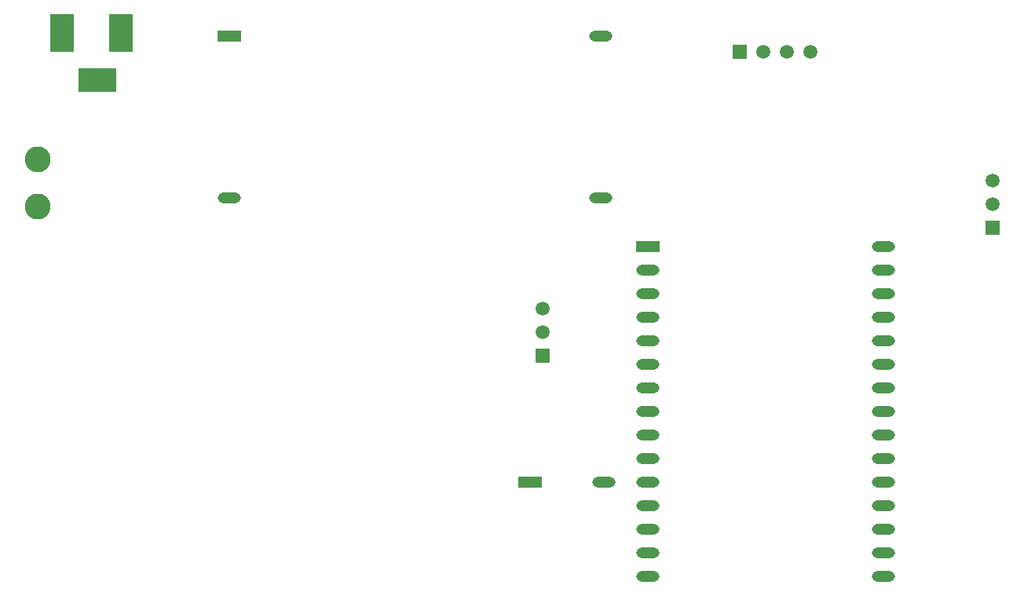
<source format=gtl>
G04*
G04 #@! TF.GenerationSoftware,Altium Limited,Altium Designer,21.3.2 (30)*
G04*
G04 Layer_Physical_Order=1*
G04 Layer_Color=255*
%FSTAX24Y24*%
%MOIN*%
G70*
G04*
G04 #@! TF.SameCoordinates,B8E87341-6F96-4EE9-B740-BB8EC3A14C6A*
G04*
G04*
G04 #@! TF.FilePolarity,Positive*
G04*
G01*
G75*
%ADD21O,0.0984X0.0472*%
%ADD22C,0.0598*%
%ADD23R,0.0598X0.0598*%
%ADD24R,0.0598X0.0598*%
%ADD25R,0.0984X0.0472*%
%ADD26R,0.1000X0.1600*%
%ADD27C,0.1100*%
%ADD28R,0.1600X0.1000*%
D21*
X0395Y03555D02*
D03*
X03765Y02755D02*
D03*
X0495Y03555D02*
D03*
X0395Y02355D02*
D03*
Y02455D02*
D03*
Y03055D02*
D03*
X0495Y03755D02*
D03*
X0375Y04649D02*
D03*
X0495Y03655D02*
D03*
X0375Y0396D02*
D03*
X021752D02*
D03*
X0495Y02355D02*
D03*
Y02455D02*
D03*
Y02555D02*
D03*
Y02655D02*
D03*
Y02755D02*
D03*
Y02855D02*
D03*
Y02955D02*
D03*
Y03055D02*
D03*
Y03155D02*
D03*
Y03255D02*
D03*
Y03355D02*
D03*
Y03455D02*
D03*
X0395Y02555D02*
D03*
Y02655D02*
D03*
Y02755D02*
D03*
Y02855D02*
D03*
Y02955D02*
D03*
Y03155D02*
D03*
Y03255D02*
D03*
Y03355D02*
D03*
Y03455D02*
D03*
Y03655D02*
D03*
D22*
X05415Y03935D02*
D03*
X0444Y0458D02*
D03*
X05415Y04035D02*
D03*
X0454Y0458D02*
D03*
X03505Y0339D02*
D03*
X0464Y0458D02*
D03*
X03505Y0349D02*
D03*
D23*
X0434Y0458D02*
D03*
D24*
X03505Y0329D02*
D03*
X05415Y03835D02*
D03*
D25*
X0345Y02755D02*
D03*
X021752Y04649D02*
D03*
X0395Y03755D02*
D03*
D26*
X01465Y0466D02*
D03*
X01715D02*
D03*
D27*
X0136Y03925D02*
D03*
Y04125D02*
D03*
D28*
X01615Y0446D02*
D03*
M02*

</source>
